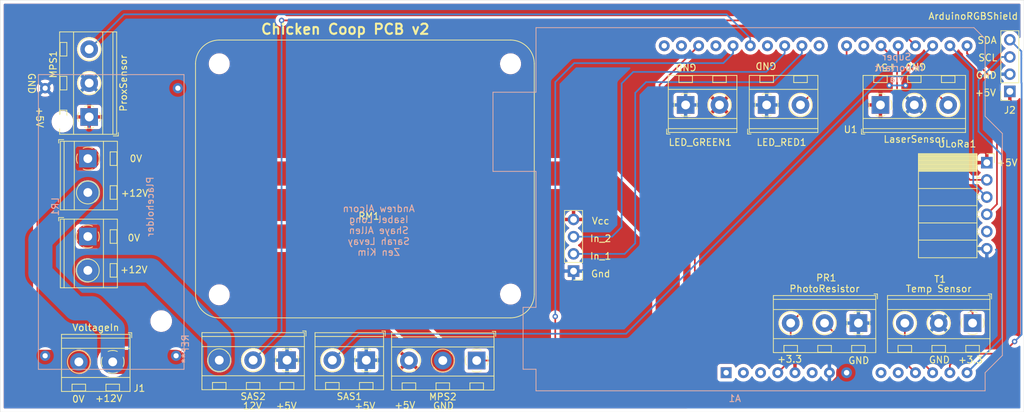
<source format=kicad_pcb>
(kicad_pcb (version 20171130) (host pcbnew "(5.1.9)-1")
  (layers (0 F.Cu signal) (31 B.Cu signal) (34 B.Paste user) (35 F.Paste user) (36 B.SilkS user) (37 F.SilkS user) (38 B.Mask user) (39 F.Mask user) (44 Edge.Cuts user))
  (net 0 "")
  (net 1 "Net-(A1-Pad14)")
  (net 2 "Net-(A1-Pad13)")
  (net 3 "Net-(A1-Pad12)")
  (net 4 GND)
  (net 5 +5V)
  (net 6 +3V3)
  (net 7 "Net-(A1-Pad19)")
  (net 8 "Net-(A1-Pad28)")
  (net 9 "Net-(A1-Pad27)")
  (net 10 "Net-(A1-Pad8)")
  (net 11 "Net-(RM1-Pad6)")
  (net 12 +12V)
  (net 13 0)
  (net 14 "Net-(A1-Pad11)")
  (net 15 /LoRa3)
  (net 16 /LoRa2)
  (net 17 /SAS_Int2)
  (net 18 /SAS_Int1)
  (net 19 /IN2)
  (net 20 /IN1)
  (net 21 /LED_R)
  (net 22 "Net-(LA1-Pad2)")
  (module "Capstone_PCB_Lib:Linear Regulator" (layer B.Cu) (at 113.5 124.5 90)
    (fp_text reference LR1 (at 24 -19 270) (layer B.SilkS) (effects (justify mirror)))
    (fp_text value Linear_Regulator)
    (fp_text user Placeholder (at 24 -5 90) (layer B.SilkS) (effects (justify mirror)))
    (fp_text user REF** (at 3 0.2 270) (layer B.SilkS) (effects (justify mirror)))
    (pad 2 thru_hole circle (at 2 -20.5 90) (size 1.524 1.524) (drill 0.762) (layers *.Cu *.Mask) (net 13 0))
    (pad 1 thru_hole circle (at 2 -1.17 90) (size 1.524 1.524) (drill 0.762) (layers *.Cu *.Mask) (net 12 +12V))
    (pad 4 thru_hole circle (at 41.5 -20.5 90) (size 1.524 1.524) (drill 0.762) (layers *.Cu *.Mask) (net 4 GND))
    (pad 3 thru_hole circle (at 41.5 -0.91 90) (size 1.524 1.524) (drill 0.762) (layers *.Cu *.Mask) (net 10 "Net-(A1-Pad8)"))
    (pad "" np_thru_hole circle (at 36.56 -17.95 90) (size 2.2 2.2) (drill 2.2) (layers *.Cu *.Mask))
    (pad "" np_thru_hole circle (at 7.12 -3.37 90) (size 2.2 2.2) (drill 2.2) (layers *.Cu *.Mask))
  )
  (module TerminalBlock_MetzConnect:TerminalBlock_MetzConnect_Type094_RT03502HBLU_1x02_P5.00mm_Horizontal (layer F.Cu) (at 140.4 123.155 180)
    (fp_text reference SAS1 (at 2.5 -5.36) (layer F.SilkS))
    (fp_text value SnapActionSwitch)
    (pad 4 thru_hole circle (at 5 0 180) (size 2.6 2.6) (drill 1.3) (layers *.Cu *.Mask) (net 18 /SAS_Int1))
    (pad 1 thru_hole rect (at 0 0 180) (size 2.6 2.6) (drill 1.3) (layers *.Cu *.Mask) (net 4 GND))
  )
  (module TerminalBlock_MetzConnect:TerminalBlock_MetzConnect_Type094_RT03503HBLU_1x03_P5.00mm_Horizontal (layer F.Cu) (at 128.7 123.15 180)
    (fp_text reference SAS2 (at 5 -5.36) (layer F.SilkS))
    (fp_text value SnapActionSwitch)
    (pad 4 thru_hole circle (at 10 0 180) (size 2.6 2.6) (drill 1.3) (layers *.Cu *.Mask) (net 22 "Net-(LA1-Pad2)"))
    (pad 2 thru_hole circle (at 5 0 180) (size 2.6 2.6) (drill 1.3) (layers *.Cu *.Mask) (net 17 /SAS_Int2))
    (pad 1 thru_hole rect (at 0 0 180) (size 2.6 2.6) (drill 1.3) (layers *.Cu *.Mask) (net 4 GND))
  )
  (module TerminalBlock_MetzConnect:TerminalBlock_MetzConnect_Type094_RT03503HBLU_1x03_P5.00mm_Horizontal (layer F.Cu) (at 216.3 85.475)
    (fp_text reference U1 (at -4.4 3.625) (layer F.SilkS))
    (fp_text value LaserSensor (at 5 5.06) (layer F.SilkS))
    (pad 3 thru_hole circle (at 10 0) (size 2.6 2.6) (drill 1.3) (layers *.Cu *.Mask) (net 7 "Net-(A1-Pad19)"))
    (pad 2 thru_hole circle (at 5 0) (size 2.6 2.6) (drill 1.3) (layers *.Cu *.Mask) (net 4 GND))
    (pad 1 thru_hole rect (at 0 0) (size 2.6 2.6) (drill 1.3) (layers *.Cu *.Mask) (net 5 +5V))
  )
  (module Connector_PinSocket_2.54mm:PinSocket_1x04_P2.54mm_Vertical (layer F.Cu) (at 235.4 83.475 180)
    (fp_text reference J2 (at 0 -2.77) (layer F.SilkS))
    (fp_text value ArduinoRGBShield (at 5.4 11.1) (layer F.SilkS))
    (pad 4 thru_hole oval (at 0 7.62 180) (size 1.7 1.7) (drill 1) (layers *.Cu *.Mask) (net 2 "Net-(A1-Pad13)"))
    (pad 3 thru_hole oval (at 0 5.08 180) (size 1.7 1.7) (drill 1) (layers *.Cu *.Mask) (net 1 "Net-(A1-Pad14)"))
    (pad 2 thru_hole oval (at 0 2.54 180) (size 1.7 1.7) (drill 1) (layers *.Cu *.Mask) (net 4 GND))
    (pad 1 thru_hole rect (at 0 0 180) (size 1.7 1.7) (drill 1) (layers *.Cu *.Mask) (net 5 +5V))
  )
  (module TerminalBlock_MetzConnect:TerminalBlock_MetzConnect_Type094_RT03502HBLU_1x02_P5.00mm_Horizontal (layer F.Cu) (at 102.975 123.4 180)
    (fp_text reference J1 (at -3.925 -3.9) (layer F.SilkS))
    (fp_text value VoltageIn (at 2.5 5.06) (layer F.SilkS))
    (pad 2 thru_hole circle (at 5 0 180) (size 2.6 2.6) (drill 1.3) (layers *.Cu *.Mask) (net 13 0))
    (pad 1 thru_hole rect (at 0 0 180) (size 2.6 2.6) (drill 1.3) (layers *.Cu *.Mask) (net 12 +12V))
  )
  (module TerminalBlock_MetzConnect:TerminalBlock_MetzConnect_Type094_RT03503HBLU_1x03_P5.00mm_Horizontal (layer F.Cu) (at 99.5 87.25 90)
    (fp_text reference MPS1 (at 7.75 -5.3 90) (layer F.SilkS))
    (fp_text value ProxSensor (at 5 5.06 90) (layer F.SilkS))
    (pad 3 thru_hole circle (at 10 0 90) (size 2.6 2.6) (drill 1.3) (layers *.Cu *.Mask) (net 9 "Net-(A1-Pad27)"))
    (pad 2 thru_hole circle (at 5 0 90) (size 2.6 2.6) (drill 1.3) (layers *.Cu *.Mask) (net 4 GND))
    (pad 1 thru_hole rect (at 0 0 90) (size 2.6 2.6) (drill 1.3) (layers *.Cu *.Mask) (net 5 +5V))
  )
  (module "Capstone_PCB_Lib:2 Channels Relay" (layer F.Cu) (at 115.3 75.9)
    (fp_text reference RM1 (at 25.5 26) (layer F.SilkS))
    (fp_text value 2RelayModule)
    (fp_text user Vcc (at 59.7 26.7 180) (layer F.SilkS))
    (fp_text user In_2 (at 59.7 29.3 180) (layer F.SilkS))
    (fp_text user In_1 (at 59.7 31.9 180) (layer F.SilkS))
    (fp_text user Gnd (at 59.7 34.5 180) (layer F.SilkS))
    (pad 8 thru_hole rect (at -16 17.5 270) (size 2.6 2.6) (drill 1.3) (layers *.Cu *.Mask) (net 13 0))
    (pad 10 thru_hole circle (at -16 22.5 270) (size 2.6 2.6) (drill 1.3) (layers *.Cu *.Mask) (net 12 +12V))
    (pad 9 thru_hole circle (at -16 34 270) (size 2.6 2.6) (drill 1.3) (layers *.Cu *.Mask) (net 22 "Net-(LA1-Pad2)"))
    (pad 6 thru_hole rect (at -16 29 270) (size 2.6 2.6) (drill 1.3) (layers *.Cu *.Mask) (net 11 "Net-(RM1-Pad6)"))
    (pad "" np_thru_hole circle (at 46.4 3.5) (size 2.1 2.1) (drill 2.1) (layers *.Cu *.Mask))
    (pad "" np_thru_hole circle (at 46.4 37.5) (size 2.1 2.1) (drill 2.1) (layers *.Cu *.Mask))
    (pad "" np_thru_hole circle (at 3.4 37.6) (size 2.1 2.1) (drill 2.1) (layers *.Cu *.Mask))
    (pad "" np_thru_hole circle (at 3.4 3.5) (size 2.1 2.1) (drill 2.1) (layers *.Cu *.Mask))
    (pad 3 thru_hole oval (at 55.7 29.02 180) (size 1.7 1.7) (drill 1) (layers *.Cu *.Mask) (net 19 /IN2))
    (pad 4 thru_hole oval (at 55.7 26.48 180) (size 1.7 1.7) (drill 1) (layers *.Cu *.Mask) (net 5 +5V))
    (pad 2 thru_hole oval (at 55.7 31.56 180) (size 1.7 1.7) (drill 1) (layers *.Cu *.Mask) (net 20 /IN1))
    (pad 1 thru_hole rect (at 55.7 34.1 180) (size 1.7 1.7) (drill 1) (layers *.Cu *.Mask) (net 4 GND))
  )
  (module TerminalBlock_MetzConnect:TerminalBlock_MetzConnect_Type094_RT03503HBLU_1x03_P5.00mm_Horizontal (layer F.Cu) (at 156.7 123.2 180)
    (fp_text reference MPS2 (at 5 -5.36) (layer F.SilkS))
    (fp_text value ProxSensor)
    (pad 1 thru_hole circle (at 10 0 180) (size 2.6 2.6) (drill 1.3) (layers *.Cu *.Mask) (net 5 +5V))
    (pad 2 thru_hole circle (at 5 0 180) (size 2.6 2.6) (drill 1.3) (layers *.Cu *.Mask) (net 11 "Net-(RM1-Pad6)"))
    (pad 3 thru_hole rect (at 0 0 180) (size 2.6 2.6) (drill 1.3) (layers *.Cu *.Mask) (net 8 "Net-(A1-Pad28)"))
  )
  (module Module:Arduino_UNO_R3 (layer B.Cu) (at 193.525 125)
    (fp_text reference A1 (at 1.27 3.81 -180) (layer B.SilkS) (effects (justify mirror)))
    (fp_text value Arduino_UNO_R3)
    (pad 16 thru_hole oval (at 33.02 -48.26 270) (size 1.6 1.6) (drill 0.8) (layers *.Cu *.Mask) (net 15 /LoRa3))
    (pad 15 thru_hole oval (at 35.56 -48.26 270) (size 1.6 1.6) (drill 0.8) (layers *.Cu *.Mask))
    (pad 30 thru_hole oval (at -4.06 -48.26 270) (size 1.6 1.6) (drill 0.8) (layers *.Cu *.Mask) (net 6 +3V3))
    (pad 14 thru_hole oval (at 35.56 0 270) (size 1.6 1.6) (drill 0.8) (layers *.Cu *.Mask) (net 1 "Net-(A1-Pad14)"))
    (pad 29 thru_hole oval (at -1.52 -48.26 270) (size 1.6 1.6) (drill 0.8) (layers *.Cu *.Mask))
    (pad 13 thru_hole oval (at 33.02 0 270) (size 1.6 1.6) (drill 0.8) (layers *.Cu *.Mask) (net 2 "Net-(A1-Pad13)"))
    (pad 28 thru_hole oval (at 1.02 -48.26 270) (size 1.6 1.6) (drill 0.8) (layers *.Cu *.Mask) (net 8 "Net-(A1-Pad28)"))
    (pad 12 thru_hole oval (at 30.48 0 270) (size 1.6 1.6) (drill 0.8) (layers *.Cu *.Mask) (net 3 "Net-(A1-Pad12)"))
    (pad 27 thru_hole oval (at 3.56 -48.26 270) (size 1.6 1.6) (drill 0.8) (layers *.Cu *.Mask) (net 9 "Net-(A1-Pad27)"))
    (pad 11 thru_hole oval (at 27.94 0 270) (size 1.6 1.6) (drill 0.8) (layers *.Cu *.Mask) (net 14 "Net-(A1-Pad11)"))
    (pad 26 thru_hole oval (at 6.1 -48.26 270) (size 1.6 1.6) (drill 0.8) (layers *.Cu *.Mask))
    (pad 10 thru_hole oval (at 25.4 0 270) (size 1.6 1.6) (drill 0.8) (layers *.Cu *.Mask))
    (pad 25 thru_hole oval (at 8.64 -48.26 270) (size 1.6 1.6) (drill 0.8) (layers *.Cu *.Mask) (net 19 /IN2))
    (pad 9 thru_hole oval (at 22.86 0 270) (size 1.6 1.6) (drill 0.8) (layers *.Cu *.Mask))
    (pad 24 thru_hole oval (at 11.18 -48.26 270) (size 1.6 1.6) (drill 0.8) (layers *.Cu *.Mask) (net 20 /IN1))
    (pad 8 thru_hole oval (at 17.78 0 270) (size 1.6 1.6) (drill 0.8) (layers *.Cu *.Mask) (net 10 "Net-(A1-Pad8)"))
    (pad 23 thru_hole oval (at 13.72 -48.26 270) (size 1.6 1.6) (drill 0.8) (layers *.Cu *.Mask))
    (pad 7 thru_hole oval (at 15.24 0 270) (size 1.6 1.6) (drill 0.8) (layers *.Cu *.Mask) (net 4 GND))
    (pad 22 thru_hole oval (at 17.78 -48.26 270) (size 1.6 1.6) (drill 0.8) (layers *.Cu *.Mask) (net 21 /LED_R))
    (pad 6 thru_hole oval (at 12.7 0 270) (size 1.6 1.6) (drill 0.8) (layers *.Cu *.Mask))
    (pad 21 thru_hole oval (at 20.32 -48.26 270) (size 1.6 1.6) (drill 0.8) (layers *.Cu *.Mask))
    (pad 5 thru_hole oval (at 10.16 0 270) (size 1.6 1.6) (drill 0.8) (layers *.Cu *.Mask) (net 5 +5V))
    (pad 20 thru_hole oval (at 22.86 -48.26 270) (size 1.6 1.6) (drill 0.8) (layers *.Cu *.Mask) (net 16 /LoRa2))
    (pad 4 thru_hole oval (at 7.62 0 270) (size 1.6 1.6) (drill 0.8) (layers *.Cu *.Mask) (net 6 +3V3))
    (pad 19 thru_hole oval (at 25.4 -48.26 270) (size 1.6 1.6) (drill 0.8) (layers *.Cu *.Mask) (net 7 "Net-(A1-Pad19)"))
    (pad 3 thru_hole oval (at 5.08 0 270) (size 1.6 1.6) (drill 0.8) (layers *.Cu *.Mask))
    (pad 18 thru_hole oval (at 27.94 -48.26 270) (size 1.6 1.6) (drill 0.8) (layers *.Cu *.Mask) (net 17 /SAS_Int2))
    (pad 2 thru_hole oval (at 2.54 0 270) (size 1.6 1.6) (drill 0.8) (layers *.Cu *.Mask))
    (pad 17 thru_hole oval (at 30.48 -48.26 270) (size 1.6 1.6) (drill 0.8) (layers *.Cu *.Mask) (net 18 /SAS_Int1))
    (pad 1 thru_hole rect (at 0 0 270) (size 1.6 1.6) (drill 0.8) (layers *.Cu *.Mask))
    (pad 31 thru_hole oval (at -6.6 -48.26 270) (size 1.6 1.6) (drill 0.8) (layers *.Cu *.Mask))
    (pad 32 thru_hole oval (at -9.14 -48.26 270) (size 1.6 1.6) (drill 0.8) (layers *.Cu *.Mask))
  )
  (module TerminalBlock_MetzConnect:TerminalBlock_MetzConnect_Type094_RT03503HBLU_1x03_P5.00mm_Horizontal (layer F.Cu) (at 213.05 117.675 180)
    (fp_text reference PR1 (at 4.75 6.675) (layer F.SilkS))
    (fp_text value PhotoResistor (at 5 5.06) (layer F.SilkS))
    (pad 3 thru_hole circle (at 10 0 180) (size 2.6 2.6) (drill 1.3) (layers *.Cu *.Mask) (net 6 +3V3))
    (pad 2 thru_hole circle (at 5 0 180) (size 2.6 2.6) (drill 1.3) (layers *.Cu *.Mask) (net 14 "Net-(A1-Pad11)"))
    (pad 1 thru_hole rect (at 0 0 180) (size 2.6 2.6) (drill 1.3) (layers *.Cu *.Mask) (net 4 GND))
  )
  (module TerminalBlock_MetzConnect:TerminalBlock_MetzConnect_Type094_RT03503HBLU_1x03_P5.00mm_Horizontal (layer F.Cu) (at 229.9 117.675 180)
    (fp_text reference T1 (at 4.8 6.475) (layer F.SilkS))
    (fp_text value "Temp Sensor" (at 5 5.06) (layer F.SilkS))
    (pad 3 thru_hole circle (at 10 0 180) (size 2.6 2.6) (drill 1.3) (layers *.Cu *.Mask) (net 3 "Net-(A1-Pad12)"))
    (pad 2 thru_hole circle (at 5 0 180) (size 2.6 2.6) (drill 1.3) (layers *.Cu *.Mask) (net 4 GND))
    (pad 4 thru_hole rect (at 0 0 180) (size 2.6 2.6) (drill 1.3) (layers *.Cu *.Mask) (net 6 +3V3))
  )
  (module TerminalBlock_MetzConnect:TerminalBlock_MetzConnect_Type094_RT03502HBLU_1x02_P5.00mm_Horizontal (layer F.Cu) (at 199.5 85.475)
    (fp_text reference LED_RED1 (at 2.2 5.525) (layer F.SilkS))
    (fp_text value 200)
    (pad 2 thru_hole circle (at 5 0) (size 2.6 2.6) (drill 1.3) (layers *.Cu *.Mask) (net 21 /LED_R))
    (pad 1 thru_hole rect (at 0 0) (size 2.6 2.6) (drill 1.3) (layers *.Cu *.Mask) (net 4 GND))
  )
  (module TerminalBlock_MetzConnect:TerminalBlock_MetzConnect_Type094_RT03502HBLU_1x02_P5.00mm_Horizontal (layer F.Cu) (at 187.545 85.475)
    (fp_text reference LED_GREEN1 (at 2.155 5.525 180) (layer F.SilkS))
    (fp_text value 200)
    (pad 2 thru_hole circle (at 5 0) (size 2.6 2.6) (drill 1.3) (layers *.Cu *.Mask) (net 5 +5V))
    (pad 1 thru_hole rect (at 0 0) (size 2.6 2.6) (drill 1.3) (layers *.Cu *.Mask) (net 4 GND))
  )
  (module Connector_PinSocket_2.54mm:PinSocket_1x06_P2.54mm_Horizontal (layer F.Cu) (at 232 94)
    (fp_text reference ULoRa1 (at -4.38 -2.77) (layer F.SilkS))
    (fp_text value LoRa)
    (pad 6 thru_hole oval (at 0 12.7) (size 1.7 1.7) (drill 1) (layers *.Cu *.Mask) (net 4 GND))
    (pad 5 thru_hole oval (at 0 10.16) (size 1.7 1.7) (drill 1) (layers *.Cu *.Mask))
    (pad 4 thru_hole oval (at 0 7.62) (size 1.7 1.7) (drill 1) (layers *.Cu *.Mask))
    (pad 3 thru_hole oval (at 0 5.08) (size 1.7 1.7) (drill 1) (layers *.Cu *.Mask))
    (pad 2 thru_hole oval (at 0 2.54) (size 1.7 1.7) (drill 1) (layers *.Cu *.Mask) (net 16 /LoRa2))
    (pad 1 thru_hole rect (at 0 0) (size 1.7 1.7) (drill 1) (layers *.Cu *.Mask) (net 5 +5V))
  )
  (gr_text "Super\nimportant \nvia" (at 218.7 80) (layer B.SilkS) (effects (font (size 1 1)) (justify mirror)))
  (gr_text 0V (at 106.1 105.1) (layer F.SilkS) (effects (font (size 1 1))))
  (gr_text +5V (at 217.1 79.9 180) (layer F.SilkS) (effects (font (size 1 1))))
  (gr_text 0V (at 106.4 93.4) (layer F.SilkS) (effects (font (size 1 1))))
  (gr_text +12V (at 106.2 98.5) (layer F.SilkS) (effects (font (size 1 1))))
  (gr_text +12V (at 106.1 109.8) (layer F.SilkS) (effects (font (size 1 1))))
  (gr_text 0V (at 97.9 128.9) (layer F.SilkS) (effects (font (size 1 1))))
  (gr_text +12V (at 102.4 128.8) (layer F.SilkS) (effects (font (size 1 1))))
  (gr_text GND (at 91 82.3 270) (layer F.SilkS) (effects (font (size 1 1))))
  (gr_text +5V (at 92.2 87.3 270) (layer F.SilkS) (effects (font (size 1 1))))
  (gr_text "+5V\n" (at 235 94) (layer F.SilkS) (effects (font (size 1 1))))
  (gr_text "+3.3\n" (at 229.6 123.1) (layer F.SilkS) (effects (font (size 1 1))))
  (gr_text +3.3 (at 202.9 123) (layer F.SilkS) (effects (font (size 1 1))))
  (gr_text GND (at 213.1 123.2) (layer F.SilkS) (effects (font (size 1 1))))
  (gr_text GND (at 225 123.1) (layer F.SilkS) (effects (font (size 1 1))))
  (gr_text GND (at 151.8 129.9) (layer F.SilkS) (effects (font (size 1 1))))
  (gr_text GND (at 187.6 79.9 180) (layer F.SilkS) (effects (font (size 1 1))))
  (gr_text GND (at 199.4 79.7 180) (layer F.SilkS) (effects (font (size 1 1))))
  (gr_text GND (at 221.5 79.8 180) (layer F.SilkS) (effects (font (size 1 1))))
  (gr_text +5V (at 146.1 129.8) (layer F.SilkS) (effects (font (size 1 1))))
  (gr_text +5V (at 140.2 129.9) (layer F.SilkS) (effects (font (size 1 1))))
  (gr_text +5V (at 128.6 129.9) (layer F.SilkS) (effects (font (size 1 1))))
  (gr_text "12V\n" (at 123.6 129.9) (layer F.SilkS) (effects (font (size 1 1))))
  (gr_text "Chicken Coop PCB v2" (at 137.3 74.3) (layer F.SilkS) (effects (font (size 1.5 1.5) (thickness 0.3))))
  (gr_text "Andrew Alcorn\nIsabel Long\nShaye Allen\nSarah Levay\nZen Kim" (at 142.24 104) (layer B.SilkS) (effects (font (size 1 1)) (justify mirror)))
  (gr_text SDA (at 232.038886 75.925) (layer F.SilkS) (effects (font (size 1 1))))
  (gr_text SCL (at 232.149996 78.508333) (layer F.SilkS) (effects (font (size 1 1))))
  (gr_text "GND\n" (at 231.927776 81.091666) (layer F.SilkS) (effects (font (size 1 1))))
  (gr_text +5V (at 231.816666 83.675) (layer F.SilkS) (effects (font (size 1 1))))
  (gr_line (start 86.36 70.01) (end 86.36 130.81) (layer Edge.Cuts) (width 0.05))
  (gr_line (start 237.49 70.01) (end 86.36 70.01) (layer Edge.Cuts) (width 0.05))
  (gr_line (start 237.49 130.81) (end 237.49 70.01) (layer Edge.Cuts) (width 0.05))
  (gr_line (start 86.36 130.81) (end 237.49 130.81) (layer Edge.Cuts) (width 0.05))
  (segment (start 230 97.08) (end 232 99.08) (width 0.25) (layer B.Cu) (net 0))
  (segment (start 226.545 76.74) (end 230 80.195) (width 0.25) (layer B.Cu) (net 0))
  (segment (start 230 80.195) (end 230 97.08) (width 0.25) (layer B.Cu) (net 0))
  (segment (start 229.085 77.87137) (end 233.5 82.28637) (width 0.25) (layer F.Cu) (net 0))
  (segment (start 229.085 76.74) (end 229.085 77.87137) (width 0.25) (layer F.Cu) (net 0))
  (segment (start 233.5 100.12) (end 232 101.62) (width 0.25) (layer F.Cu) (net 0))
  (segment (start 233.5 82.28637) (end 233.5 100.12) (width 0.25) (layer F.Cu) (net 0))
  (segment (start 229.884999 124.200001) (end 229.085 125) (width 0.25) (layer B.Cu) (net 1))
  (segment (start 234.224999 119.860001) (end 229.884999 124.200001) (width 0.25) (layer B.Cu) (net 1))
  (segment (start 234.197919 78.395) (end 230.77 81.822919) (width 0.25) (layer B.Cu) (net 1))
  (segment (start 235.4 78.395) (end 234.197919 78.395) (width 0.25) (layer B.Cu) (net 1))
  (segment (start 230.77 81.822919) (end 230.77 89.4) (width 0.25) (layer B.Cu) (net 1))
  (segment (start 234.224999 92.854999) (end 234.224999 119.860001) (width 0.25) (layer B.Cu) (net 1))
  (segment (start 230.77 89.4) (end 234.224999 92.854999) (width 0.25) (layer B.Cu) (net 1))
  (segment (start 235.4 75.855) (end 237.1 77.555) (width 0.25) (layer B.Cu) (net 2))
  (segment (start 237.1 77.555) (end 237.1 78.1) (width 0.25) (layer B.Cu) (net 2))
  (segment (start 237.1 78.1) (end 237.1 78.6) (width 0.25) (layer B.Cu) (net 2))
  (segment (start 237.1 82.2) (end 237.13999 82.23999) (width 0.25) (layer B.Cu) (net 2))
  (segment (start 237.1 78.6) (end 237.1 82.2) (width 0.25) (layer B.Cu) (net 2))
  (segment (start 237.13999 82.23999) (end 237.13999 119.1) (width 0.25) (layer B.Cu) (net 2))
  (segment (start 237.13999 119.1) (end 237.13999 119.36001) (width 0.25) (layer B.Cu) (net 2))
  (segment (start 237.13999 119.36001) (end 236.1 120.4) (width 0.25) (layer B.Cu) (net 2))
  (segment (start 234.3 122.2) (end 236.1 120.4) (width 0.25) (layer F.Cu) (net 2))
  (segment (start 228.21363 122.2) (end 234.3 122.2) (width 0.25) (layer F.Cu) (net 2))
  (segment (start 226.545 123.86863) (end 228.21363 122.2) (width 0.25) (layer F.Cu) (net 2))
  (segment (start 226.545 125) (end 226.545 123.86863) (width 0.25) (layer F.Cu) (net 2))
  (via (at 236.1 120.4) (size 0.8) (drill 0.4) (layers F.Cu B.Cu) (net 2))
  (segment (start 219.9 120.895) (end 224.005 125) (width 0.25) (layer F.Cu) (net 3))
  (segment (start 219.9 117.675) (end 219.9 120.895) (width 0.25) (layer F.Cu) (net 3))
  (segment (start 99.5 88.8) (end 99.5 87.25) (width 0.25) (layer B.Cu) (net 5))
  (via (at 220 82.6) (size 0.8) (drill 0.4) (layers F.Cu B.Cu) (net 5))
  (via (at 217.6 82.6) (size 0.8) (drill 0.4) (layers F.Cu B.Cu) (net 5))
  (segment (start 217.6 82.6) (end 220 82.6) (width 0.25) (layer B.Cu) (net 5))
  (segment (start 203.05 123.095) (end 201.145 125) (width 0.25) (layer F.Cu) (net 6))
  (segment (start 203.05 117.675) (end 203.05 123.095) (width 0.25) (layer F.Cu) (net 6))
  (segment (start 229.9 116.125) (end 229.9 117.675) (width 0.25) (layer F.Cu) (net 6))
  (segment (start 228.375 114.6) (end 229.9 116.125) (width 0.25) (layer F.Cu) (net 6))
  (segment (start 206.1 114.6) (end 228.375 114.6) (width 0.25) (layer F.Cu) (net 6))
  (segment (start 204.349999 116.350001) (end 206.1 114.6) (width 0.25) (layer F.Cu) (net 6))
  (segment (start 204.349999 116.375001) (end 204.349999 116.350001) (width 0.25) (layer F.Cu) (net 6))
  (segment (start 203.05 117.675) (end 204.349999 116.375001) (width 0.25) (layer F.Cu) (net 6))
  (segment (start 206.1 114.6) (end 190.9 114.6) (width 0.25) (layer F.Cu) (net 6))
  (segment (start 190.9 114.6) (end 188.9 112.6) (width 0.25) (layer F.Cu) (net 6))
  (segment (start 188.9 112.6) (end 188.9 94.9) (width 0.25) (layer F.Cu) (net 6))
  (segment (start 188.9 94.9) (end 183.7 89.7) (width 0.25) (layer F.Cu) (net 6))
  (segment (start 183.7 82.505) (end 189.465 76.74) (width 0.25) (layer F.Cu) (net 6))
  (segment (start 183.7 89.7) (end 183.7 82.505) (width 0.25) (layer F.Cu) (net 6))
  (segment (start 218.925 78.1) (end 218.925 76.74) (width 0.25) (layer F.Cu) (net 7))
  (segment (start 226.3 85.475) (end 218.925 78.1) (width 0.25) (layer F.Cu) (net 7))
  (segment (start 194.5 76.785) (end 194.545 76.74) (width 0.25) (layer B.Cu) (net 8))
  (segment (start 194.545 77.87137) (end 193.11637 79.3) (width 0.25) (layer B.Cu) (net 8))
  (segment (start 194.545 76.74) (end 194.545 77.87137) (width 0.25) (layer B.Cu) (net 8))
  (segment (start 193.11637 79.3) (end 171.1 79.3) (width 0.25) (layer B.Cu) (net 8))
  (segment (start 171.1 79.3) (end 168.3 82.1) (width 0.25) (layer B.Cu) (net 8))
  (segment (start 168.3 82.1) (end 168.3 116.7) (width 0.25) (layer B.Cu) (net 8))
  (via (at 168.3 116.7) (size 0.8) (drill 0.4) (layers F.Cu B.Cu) (net 8))
  (segment (start 167.1 123.2) (end 168.3 122) (width 0.25) (layer F.Cu) (net 8))
  (segment (start 156.7 123.2) (end 167.1 123.2) (width 0.25) (layer F.Cu) (net 8))
  (segment (start 168.3 116.7) (end 168.3 122) (width 0.25) (layer F.Cu) (net 8))
  (segment (start 168.3 122) (end 168.3 122.1) (width 0.25) (layer F.Cu) (net 8))
  (segment (start 197.085 75.60863) (end 193.57637 72.1) (width 0.25) (layer B.Cu) (net 9))
  (segment (start 197.085 76.74) (end 197.085 75.60863) (width 0.25) (layer B.Cu) (net 9))
  (segment (start 104.65 72.1) (end 99.5 77.25) (width 0.25) (layer B.Cu) (net 9))
  (segment (start 193.57637 72.1) (end 104.65 72.1) (width 0.25) (layer B.Cu) (net 9))
  (segment (start 125.19 95.6) (end 112.59 83) (width 3.56) (layer F.Cu) (net 10))
  (segment (start 174.6 95.6) (end 125.19 95.6) (width 3.56) (layer F.Cu) (net 10))
  (segment (start 211.545001 125) (end 211.545001 126.334401) (width 3.56) (layer F.Cu) (net 10))
  (segment (start 211.545001 126.334401) (end 209.579402 128.3) (width 3.56) (layer F.Cu) (net 10))
  (segment (start 209.579402 128.3) (end 189.2 128.3) (width 3.56) (layer F.Cu) (net 10))
  (segment (start 189.2 128.3) (end 184.9 124) (width 3.56) (layer F.Cu) (net 10))
  (segment (start 184.9 124) (end 184.9 105.9) (width 3.56) (layer F.Cu) (net 10))
  (segment (start 184.9 105.9) (end 174.6 95.6) (width 3.56) (layer F.Cu) (net 10))
  (segment (start 133.4 104.9) (end 151.7 123.2) (width 3.56) (layer F.Cu) (net 11))
  (segment (start 99.3 104.9) (end 133.4 104.9) (width 3.56) (layer F.Cu) (net 11))
  (segment (start 112.27 123.4) (end 112.305 123.365) (width 0.25) (layer F.Cu) (net 12))
  (segment (start 98.65 98.25) (end 98.3 97.9) (width 0.25) (layer B.Cu) (net 12))
  (segment (start 112.33 123.29) (end 113.40763 123.29) (width 0.25) (layer F.Cu) (net 12))
  (segment (start 112.22 123.4) (end 112.33 123.29) (width 2.2606) (layer F.Cu) (net 12))
  (segment (start 107.835 123.4) (end 112.22 123.4) (width 3.56) (layer F.Cu) (net 12))
  (segment (start 102.975 123.4) (end 107.835 123.4) (width 3.56) (layer F.Cu) (net 12))
  (segment (start 102.975 118.54) (end 99.935 115.5) (width 3.56) (layer B.Cu) (net 12))
  (segment (start 102.975 123.4) (end 102.975 118.54) (width 3.56) (layer B.Cu) (net 12))
  (segment (start 99.935 115.5) (end 97.5 115.5) (width 3.56) (layer B.Cu) (net 12))
  (segment (start 97.5 115.5) (end 92.3 110.3) (width 3.56) (layer B.Cu) (net 12))
  (segment (start 92.3 105.4) (end 99.3 98.4) (width 3.56) (layer B.Cu) (net 12))
  (segment (start 92.3 110.3) (end 92.3 105.4) (width 3.56) (layer B.Cu) (net 12))
  (segment (start 98.3 92.9) (end 98.3 94.45) (width 0.25) (layer F.Cu) (net 13))
  (segment (start 89.34 123.4) (end 89.285 123.455) (width 0.25) (layer F.Cu) (net 13))
  (segment (start 89.46 123.4) (end 89.44 123.42) (width 2.2606) (layer F.Cu) (net 13))
  (segment (start 96.136523 123.4) (end 89.46 123.4) (width 3.56) (layer F.Cu) (net 13))
  (segment (start 97.975 123.4) (end 96.136523 123.4) (width 3.56) (layer F.Cu) (net 13))
  (segment (start 94.44 93.4) (end 99.3 93.4) (width 3.56) (layer F.Cu) (net 13))
  (segment (start 89.44 98.4) (end 94.44 93.4) (width 3.56) (layer F.Cu) (net 13))
  (segment (start 89.44 123.42) (end 89.44 98.4) (width 3.56) (layer F.Cu) (net 13))
  (segment (start 208.05 117.675) (end 212.375 122) (width 0.25) (layer F.Cu) (net 14))
  (segment (start 218.465 122) (end 221.465 125) (width 0.25) (layer F.Cu) (net 14))
  (segment (start 212.375 122) (end 218.465 122) (width 0.25) (layer F.Cu) (net 14))
  (segment (start 232 96.54) (end 229.54 96.54) (width 0.25) (layer F.Cu) (net 16))
  (segment (start 216.385 76.74) (end 218.75 79.105) (width 0.25) (layer F.Cu) (net 16))
  (segment (start 218.75 79.105) (end 218.75 85.75) (width 0.25) (layer F.Cu) (net 16))
  (segment (start 229.54 96.54) (end 218.75 85.75) (width 0.25) (layer F.Cu) (net 16))
  (segment (start 221.465 76.74) (end 217.725 73) (width 0.25) (layer F.Cu) (net 17))
  (segment (start 217.725 73) (end 127.9 73) (width 0.25) (layer F.Cu) (net 17))
  (segment (start 127.9 73) (end 127.9 73) (width 0.25) (layer F.Cu) (net 17))
  (via (at 127.9 73) (size 0.8) (drill 0.4) (layers F.Cu B.Cu) (net 17))
  (segment (start 127.9 118.95) (end 123.7 123.15) (width 0.25) (layer B.Cu) (net 17))
  (segment (start 127.9 73) (end 127.9 118.95) (width 0.25) (layer B.Cu) (net 17))
  (segment (start 219.495 81.25) (end 224.005 76.74) (width 0.25) (layer B.Cu) (net 18))
  (segment (start 216.75 81.25) (end 219.495 81.25) (width 0.25) (layer B.Cu) (net 18))
  (segment (start 178.75 119.25) (end 216.75 81.25) (width 0.25) (layer B.Cu) (net 18))
  (segment (start 139.305 119.25) (end 178.75 119.25) (width 0.25) (layer B.Cu) (net 18))
  (segment (start 135.4 123.155) (end 139.305 119.25) (width 0.25) (layer B.Cu) (net 18))
  (segment (start 202.165 77.87137) (end 199.43637 80.6) (width 0.25) (layer B.Cu) (net 19))
  (segment (start 202.165 76.74) (end 202.165 77.87137) (width 0.25) (layer B.Cu) (net 19))
  (segment (start 199.43637 80.6) (end 179.8 80.6) (width 0.25) (layer B.Cu) (net 19))
  (segment (start 179.8 80.6) (end 178.1 82.3) (width 0.25) (layer B.Cu) (net 19))
  (segment (start 178.1 82.3) (end 178.1 103.5) (width 0.25) (layer B.Cu) (net 19))
  (segment (start 176.68 104.92) (end 171 104.92) (width 0.25) (layer B.Cu) (net 19))
  (segment (start 178.1 103.5) (end 176.68 104.92) (width 0.25) (layer B.Cu) (net 19))
  (segment (start 180.1 105.6) (end 180.1 105.7) (width 0.25) (layer B.Cu) (net 20))
  (segment (start 180.1 83.7) (end 180.1 105.6) (width 0.25) (layer B.Cu) (net 20))
  (segment (start 181.7 82.1) (end 180.1 83.7) (width 0.25) (layer B.Cu) (net 20))
  (segment (start 200.47637 82.1) (end 181.7 82.1) (width 0.25) (layer B.Cu) (net 20))
  (segment (start 204.705 76.74) (end 204.705 77.87137) (width 0.25) (layer B.Cu) (net 20))
  (segment (start 204.705 77.87137) (end 200.47637 82.1) (width 0.25) (layer B.Cu) (net 20))
  (segment (start 180.1 105.6) (end 180.1 105.9) (width 0.25) (layer B.Cu) (net 20))
  (segment (start 178.54 107.46) (end 171 107.46) (width 0.25) (layer B.Cu) (net 20))
  (segment (start 180.1 105.9) (end 178.54 107.46) (width 0.25) (layer B.Cu) (net 20))
  (segment (start 204.705 85.27) (end 204.5 85.475) (width 0.25) (layer F.Cu) (net 21))
  (segment (start 211.305 81.095) (end 211.305 76.74) (width 0.25) (layer F.Cu) (net 21))
  (segment (start 208.9 83.5) (end 211.305 81.095) (width 0.25) (layer F.Cu) (net 21))
  (segment (start 204.5 85.475) (end 206.475 83.5) (width 0.25) (layer F.Cu) (net 21))
  (segment (start 206.475 83.5) (end 208.9 83.5) (width 0.25) (layer F.Cu) (net 21))
  (segment (start 99.3 109.9) (end 108.6 109.9) (width 3.56) (layer B.Cu) (net 22))
  (segment (start 118.7 120) (end 118.7 123.15) (width 3.56) (layer B.Cu) (net 22))
  (segment (start 108.6 109.9) (end 118.7 120) (width 3.56) (layer B.Cu) (net 22))
  (zone (net 4) (net_name GND) (layer B.Cu) (connect_pads (clearance 0.508)) (min_thickness 0.254) (fill yes (arc_segments 32) (thermal_gap 0.508) (thermal_bridge_width 0.508))
    (polygon (pts (xy 86.5 70.1) (xy 237.4 70.1) (xy 237.4 130.7) (xy 86.5 130.7)))
  )
  (zone (net 5) (net_name +5V) (layer F.Cu) (connect_pads (clearance 0.508)) (min_thickness 0.254) (fill yes (arc_segments 32) (thermal_gap 0.508) (thermal_bridge_width 0.508))
    (polygon (pts (xy 86.5 70.1) (xy 237.4 70.1) (xy 237.4 130.7) (xy 86.5 130.7)))
  )
)
</source>
